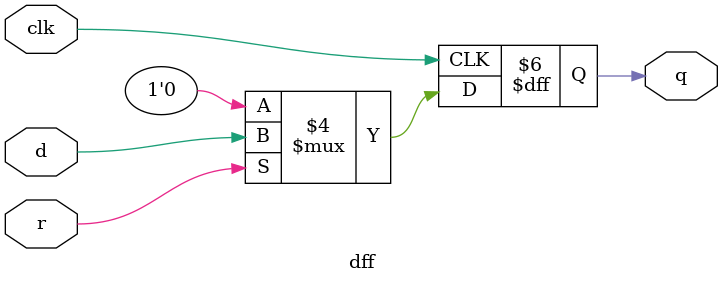
<source format=v>
`timescale 1ns/1ns
module dff(q,clk,d,r);
input d, clk, r ; 
output q;

reg q;

//always @ ( posedge clk )
//if (~r) begin
  //q <= 1'b0;
//end  else begin
  //q <= d;
//end
always @ (posedge clk )
if (~r) begin
q <= 1'b0;
end else begin
q <= d;
end
endmodule 
</source>
